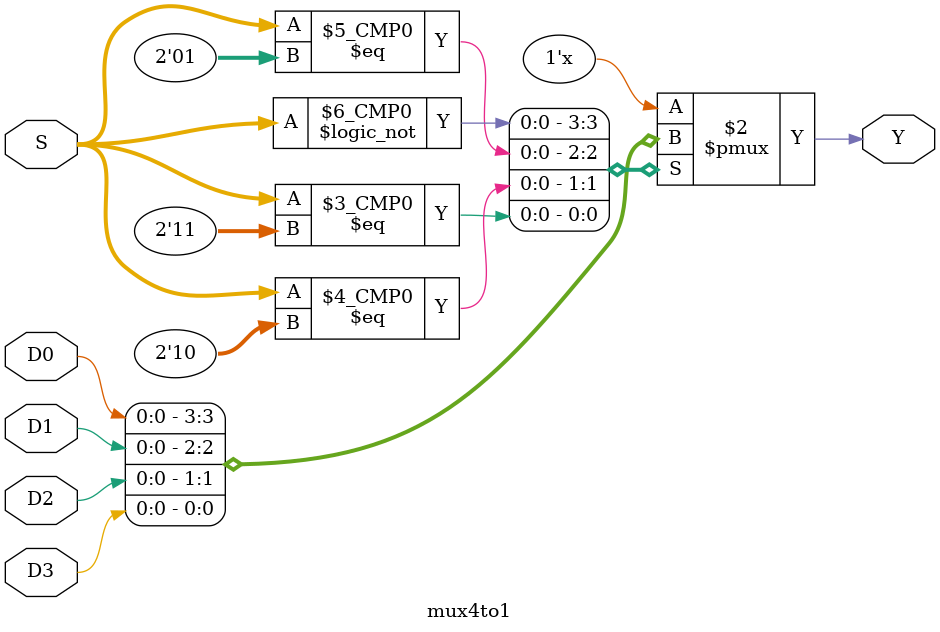
<source format=sv>


`timescale 1ns / 1ps


module mux4to1(
    input logic D0,
    input logic D1,
    input logic D2,
    input logic D3,
    input logic [1:0] S,
    output logic Y
    );
    
    always_comb begin
        
        case(S)
            
            2'b00: Y = D0;
            2'b01: Y = D1;
            2'b10: Y = D2;
            2'b11: Y = D3;
            
        endcase
        
    end
endmodule

</source>
